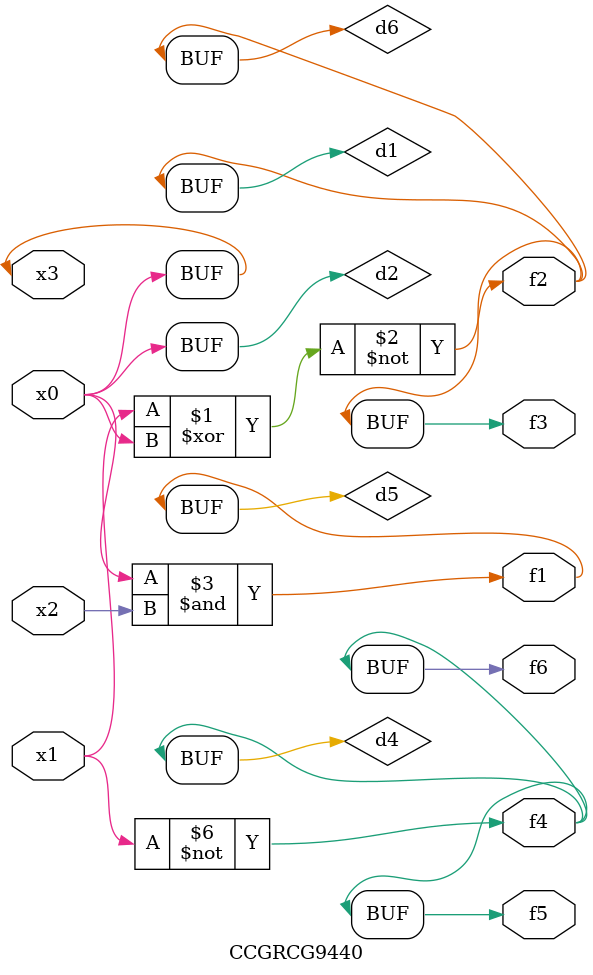
<source format=v>
module CCGRCG9440(
	input x0, x1, x2, x3,
	output f1, f2, f3, f4, f5, f6
);

	wire d1, d2, d3, d4, d5, d6;

	xnor (d1, x1, x3);
	buf (d2, x0, x3);
	nand (d3, x0, x2);
	not (d4, x1);
	nand (d5, d3);
	or (d6, d1);
	assign f1 = d5;
	assign f2 = d6;
	assign f3 = d6;
	assign f4 = d4;
	assign f5 = d4;
	assign f6 = d4;
endmodule

</source>
